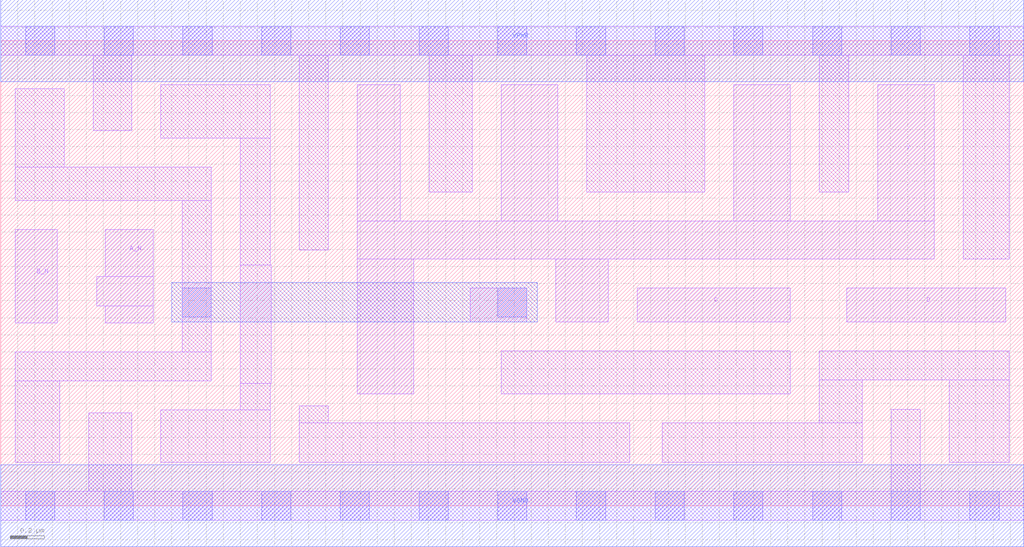
<source format=lef>
# Copyright 2020 The SkyWater PDK Authors
#
# Licensed under the Apache License, Version 2.0 (the "License");
# you may not use this file except in compliance with the License.
# You may obtain a copy of the License at
#
#     https://www.apache.org/licenses/LICENSE-2.0
#
# Unless required by applicable law or agreed to in writing, software
# distributed under the License is distributed on an "AS IS" BASIS,
# WITHOUT WARRANTIES OR CONDITIONS OF ANY KIND, either express or implied.
# See the License for the specific language governing permissions and
# limitations under the License.
#
# SPDX-License-Identifier: Apache-2.0

VERSION 5.7 ;
  NOWIREEXTENSIONATPIN ON ;
  DIVIDERCHAR "/" ;
  BUSBITCHARS "[]" ;
UNITS
  DATABASE MICRONS 200 ;
END UNITS
MACRO sky130_fd_sc_hd__nand4bb_2
  CLASS CORE ;
  FOREIGN sky130_fd_sc_hd__nand4bb_2 ;
  ORIGIN  0.000000  0.000000 ;
  SIZE  5.980000 BY  2.720000 ;
  SYMMETRY X Y R90 ;
  SITE unithd ;
  PIN A_N
    ANTENNAGATEAREA  0.126000 ;
    DIRECTION INPUT ;
    USE SIGNAL ;
    PORT
      LAYER li1 ;
        RECT 0.560000 1.170000 0.890000 1.340000 ;
        RECT 0.610000 1.070000 0.890000 1.170000 ;
        RECT 0.610000 1.340000 0.890000 1.615000 ;
    END
  END A_N
  PIN B_N
    ANTENNAGATEAREA  0.126000 ;
    DIRECTION INPUT ;
    USE SIGNAL ;
    PORT
      LAYER li1 ;
        RECT 0.085000 1.070000 0.330000 1.615000 ;
    END
  END B_N
  PIN C
    ANTENNAGATEAREA  0.495000 ;
    DIRECTION INPUT ;
    USE SIGNAL ;
    PORT
      LAYER li1 ;
        RECT 3.720000 1.075000 4.615000 1.275000 ;
    END
  END C
  PIN D
    ANTENNAGATEAREA  0.495000 ;
    DIRECTION INPUT ;
    USE SIGNAL ;
    PORT
      LAYER li1 ;
        RECT 4.945000 1.075000 5.875000 1.275000 ;
    END
  END D
  PIN Y
    ANTENNADIFFAREA  1.255500 ;
    DIRECTION OUTPUT ;
    USE SIGNAL ;
    PORT
      LAYER li1 ;
        RECT 2.085000 0.655000 2.415000 1.445000 ;
        RECT 2.085000 1.445000 5.455000 1.665000 ;
        RECT 2.085000 1.665000 2.335000 2.465000 ;
        RECT 2.925000 1.665000 3.255000 2.465000 ;
        RECT 3.245000 1.075000 3.550000 1.445000 ;
        RECT 4.285000 1.665000 4.615000 2.465000 ;
        RECT 5.125000 1.665000 5.455000 2.465000 ;
    END
  END Y
  PIN VGND
    DIRECTION INOUT ;
    SHAPE ABUTMENT ;
    USE GROUND ;
    PORT
      LAYER met1 ;
        RECT 0.000000 -0.240000 5.980000 0.240000 ;
    END
  END VGND
  PIN VPWR
    DIRECTION INOUT ;
    SHAPE ABUTMENT ;
    USE POWER ;
    PORT
      LAYER met1 ;
        RECT 0.000000 2.480000 5.980000 2.960000 ;
    END
  END VPWR
  OBS
    LAYER li1 ;
      RECT 0.000000 -0.085000 5.980000 0.085000 ;
      RECT 0.000000  2.635000 5.980000 2.805000 ;
      RECT 0.085000  0.255000 0.345000 0.730000 ;
      RECT 0.085000  0.730000 1.230000 0.900000 ;
      RECT 0.085000  1.785000 1.230000 1.980000 ;
      RECT 0.085000  1.980000 0.370000 2.440000 ;
      RECT 0.515000  0.085000 0.765000 0.545000 ;
      RECT 0.540000  2.195000 0.765000 2.635000 ;
      RECT 0.935000  0.255000 1.575000 0.560000 ;
      RECT 0.935000  2.150000 1.575000 2.465000 ;
      RECT 1.060000  0.900000 1.230000 1.785000 ;
      RECT 1.400000  0.560000 1.575000 0.715000 ;
      RECT 1.400000  0.715000 1.580000 1.410000 ;
      RECT 1.400000  1.410000 1.575000 2.150000 ;
      RECT 1.745000  0.255000 3.675000 0.485000 ;
      RECT 1.745000  0.485000 1.915000 0.585000 ;
      RECT 1.745000  1.495000 1.915000 2.635000 ;
      RECT 2.505000  1.835000 2.755000 2.635000 ;
      RECT 2.745000  1.075000 3.075000 1.275000 ;
      RECT 2.925000  0.655000 4.615000 0.905000 ;
      RECT 3.425000  1.835000 4.115000 2.635000 ;
      RECT 3.865000  0.255000 5.035000 0.485000 ;
      RECT 4.785000  0.485000 5.035000 0.735000 ;
      RECT 4.785000  0.735000 5.895000 0.905000 ;
      RECT 4.785000  1.835000 4.955000 2.635000 ;
      RECT 5.205000  0.085000 5.375000 0.565000 ;
      RECT 5.545000  0.255000 5.895000 0.735000 ;
      RECT 5.625000  1.445000 5.895000 2.635000 ;
    LAYER mcon ;
      RECT 0.145000 -0.085000 0.315000 0.085000 ;
      RECT 0.145000  2.635000 0.315000 2.805000 ;
      RECT 0.605000 -0.085000 0.775000 0.085000 ;
      RECT 0.605000  2.635000 0.775000 2.805000 ;
      RECT 1.060000  1.105000 1.230000 1.275000 ;
      RECT 1.065000 -0.085000 1.235000 0.085000 ;
      RECT 1.065000  2.635000 1.235000 2.805000 ;
      RECT 1.525000 -0.085000 1.695000 0.085000 ;
      RECT 1.525000  2.635000 1.695000 2.805000 ;
      RECT 1.985000 -0.085000 2.155000 0.085000 ;
      RECT 1.985000  2.635000 2.155000 2.805000 ;
      RECT 2.445000 -0.085000 2.615000 0.085000 ;
      RECT 2.445000  2.635000 2.615000 2.805000 ;
      RECT 2.905000 -0.085000 3.075000 0.085000 ;
      RECT 2.905000  1.105000 3.075000 1.275000 ;
      RECT 2.905000  2.635000 3.075000 2.805000 ;
      RECT 3.365000 -0.085000 3.535000 0.085000 ;
      RECT 3.365000  2.635000 3.535000 2.805000 ;
      RECT 3.825000 -0.085000 3.995000 0.085000 ;
      RECT 3.825000  2.635000 3.995000 2.805000 ;
      RECT 4.285000 -0.085000 4.455000 0.085000 ;
      RECT 4.285000  2.635000 4.455000 2.805000 ;
      RECT 4.745000 -0.085000 4.915000 0.085000 ;
      RECT 4.745000  2.635000 4.915000 2.805000 ;
      RECT 5.205000 -0.085000 5.375000 0.085000 ;
      RECT 5.205000  2.635000 5.375000 2.805000 ;
      RECT 5.665000 -0.085000 5.835000 0.085000 ;
      RECT 5.665000  2.635000 5.835000 2.805000 ;
    LAYER met1 ;
      RECT 1.000000 1.075000 3.135000 1.305000 ;
  END
END sky130_fd_sc_hd__nand4bb_2
END LIBRARY

</source>
